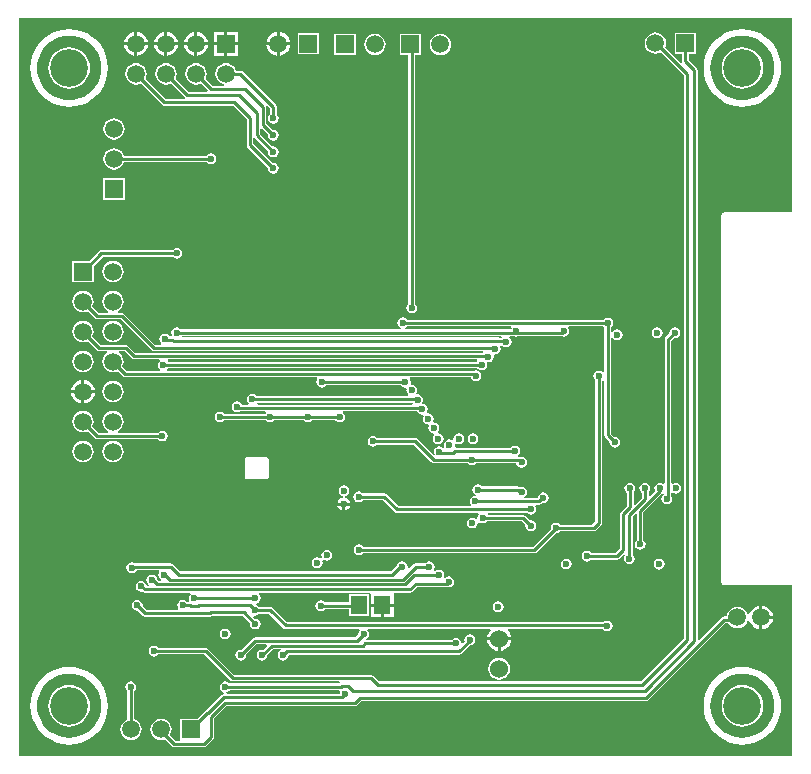
<source format=gbl>
G04*
G04 #@! TF.GenerationSoftware,Altium Limited,Altium Designer,19.0.14 (431)*
G04*
G04 Layer_Physical_Order=2*
G04 Layer_Color=16711680*
%FSLAX25Y25*%
%MOIN*%
G70*
G01*
G75*
%ADD10C,0.01000*%
%ADD80R,0.05906X0.05906*%
%ADD81C,0.05906*%
%ADD82C,0.06000*%
%ADD83R,0.05906X0.05906*%
%ADD84C,0.02362*%
%ADD85C,0.12598*%
%ADD86R,0.05512X0.05906*%
G36*
X258731Y182214D02*
X236221D01*
X235795Y182130D01*
X235434Y181889D01*
X235193Y181528D01*
X235109Y181102D01*
Y59055D01*
X235193Y58630D01*
X235434Y58269D01*
X235795Y58028D01*
X236221Y57943D01*
X258731D01*
Y1112D01*
X1112D01*
Y246920D01*
X258731D01*
Y182214D01*
D02*
G37*
%LPC*%
G36*
X87902Y242267D02*
Y238846D01*
X91323D01*
X91253Y239378D01*
X90854Y240340D01*
X90221Y241166D01*
X89395Y241799D01*
X88433Y242197D01*
X87902Y242267D01*
D02*
G37*
G36*
X73953Y242299D02*
X70500D01*
Y238846D01*
X73953D01*
Y242299D01*
D02*
G37*
G36*
X50500Y242267D02*
Y238846D01*
X53921D01*
X53851Y239378D01*
X53453Y240340D01*
X52819Y241166D01*
X51993Y241799D01*
X51032Y242197D01*
X50500Y242267D01*
D02*
G37*
G36*
X40500D02*
Y238846D01*
X43921D01*
X43851Y239378D01*
X43453Y240340D01*
X42819Y241166D01*
X41993Y241799D01*
X41032Y242197D01*
X40500Y242267D01*
D02*
G37*
G36*
X60500D02*
Y238846D01*
X63921D01*
X63851Y239378D01*
X63453Y240340D01*
X62819Y241166D01*
X61993Y241799D01*
X61032Y242197D01*
X60500Y242267D01*
D02*
G37*
G36*
X39500Y242267D02*
X38968Y242197D01*
X38007Y241799D01*
X37181Y241166D01*
X36547Y240340D01*
X36149Y239378D01*
X36079Y238846D01*
X39500D01*
Y242267D01*
D02*
G37*
G36*
X59500D02*
X58968Y242197D01*
X58007Y241799D01*
X57181Y241166D01*
X56547Y240340D01*
X56149Y239378D01*
X56079Y238846D01*
X59500D01*
Y242267D01*
D02*
G37*
G36*
X49500D02*
X48968Y242197D01*
X48007Y241799D01*
X47181Y241166D01*
X46547Y240340D01*
X46149Y239378D01*
X46079Y238846D01*
X49500D01*
Y242267D01*
D02*
G37*
G36*
X86902D02*
X86370Y242197D01*
X85408Y241799D01*
X84582Y241166D01*
X83949Y240340D01*
X83551Y239378D01*
X83481Y238846D01*
X86902D01*
Y242267D01*
D02*
G37*
G36*
X69500Y242299D02*
X66047D01*
Y238846D01*
X69500D01*
Y242299D01*
D02*
G37*
G36*
X100945Y241890D02*
X93858D01*
Y234803D01*
X100945D01*
Y241890D01*
D02*
G37*
G36*
X113181Y241732D02*
X106095D01*
Y234646D01*
X113181D01*
Y241732D01*
D02*
G37*
G36*
X141496Y241763D02*
X140571Y241641D01*
X139709Y241284D01*
X138969Y240716D01*
X138401Y239976D01*
X138044Y239114D01*
X137922Y238189D01*
X138044Y237264D01*
X138401Y236402D01*
X138969Y235662D01*
X139709Y235094D01*
X140571Y234737D01*
X141496Y234615D01*
X142421Y234737D01*
X143283Y235094D01*
X144023Y235662D01*
X144591Y236402D01*
X144948Y237264D01*
X145070Y238189D01*
X144948Y239114D01*
X144591Y239976D01*
X144023Y240716D01*
X143283Y241284D01*
X142421Y241641D01*
X141496Y241763D01*
D02*
G37*
G36*
X119638D02*
X118713Y241641D01*
X117851Y241284D01*
X117111Y240716D01*
X116543Y239976D01*
X116186Y239114D01*
X116064Y238189D01*
X116186Y237264D01*
X116543Y236402D01*
X117111Y235662D01*
X117851Y235094D01*
X118713Y234737D01*
X119638Y234615D01*
X120563Y234737D01*
X121425Y235094D01*
X122165Y235662D01*
X122733Y236402D01*
X123090Y237264D01*
X123212Y238189D01*
X123090Y239114D01*
X122733Y239976D01*
X122165Y240716D01*
X121425Y241284D01*
X120563Y241641D01*
X119638Y241763D01*
D02*
G37*
G36*
X59500Y237846D02*
X56079D01*
X56149Y237315D01*
X56547Y236353D01*
X57181Y235527D01*
X58007Y234894D01*
X58968Y234495D01*
X59500Y234425D01*
Y237846D01*
D02*
G37*
G36*
X49500D02*
X46079D01*
X46149Y237315D01*
X46547Y236353D01*
X47181Y235527D01*
X48007Y234894D01*
X48968Y234495D01*
X49500Y234425D01*
Y237846D01*
D02*
G37*
G36*
X39500D02*
X36079D01*
X36149Y237315D01*
X36547Y236353D01*
X37181Y235527D01*
X38007Y234894D01*
X38968Y234495D01*
X39500Y234425D01*
Y237846D01*
D02*
G37*
G36*
X91323D02*
X87902D01*
Y234425D01*
X88433Y234495D01*
X89395Y234894D01*
X90221Y235527D01*
X90854Y236353D01*
X91253Y237315D01*
X91323Y237846D01*
D02*
G37*
G36*
X86902D02*
X83481D01*
X83551Y237315D01*
X83949Y236353D01*
X84582Y235527D01*
X85408Y234894D01*
X86370Y234495D01*
X86902Y234425D01*
Y237846D01*
D02*
G37*
G36*
X63921D02*
X60500D01*
Y234425D01*
X61032Y234495D01*
X61993Y234894D01*
X62819Y235527D01*
X63453Y236353D01*
X63851Y237315D01*
X63921Y237846D01*
D02*
G37*
G36*
X53921D02*
X50500D01*
Y234425D01*
X51032Y234495D01*
X51993Y234894D01*
X52819Y235527D01*
X53453Y236353D01*
X53851Y237315D01*
X53921Y237846D01*
D02*
G37*
G36*
X43921D02*
X40500D01*
Y234425D01*
X41032Y234495D01*
X41993Y234894D01*
X42819Y235527D01*
X43453Y236353D01*
X43851Y237315D01*
X43921Y237846D01*
D02*
G37*
G36*
X73953D02*
X70500D01*
Y234394D01*
X73953D01*
Y237846D01*
D02*
G37*
G36*
X69500D02*
X66047D01*
Y234394D01*
X69500D01*
Y237846D01*
D02*
G37*
G36*
X70000Y231920D02*
X69075Y231799D01*
X68213Y231441D01*
X67473Y230874D01*
X66905Y230133D01*
X66548Y229272D01*
X66426Y228346D01*
X66548Y227421D01*
X66905Y226559D01*
X67473Y225819D01*
X68213Y225251D01*
X69075Y224894D01*
X69486Y224840D01*
X69453Y224340D01*
X65579D01*
X63173Y226747D01*
X63452Y227421D01*
X63574Y228346D01*
X63452Y229272D01*
X63095Y230133D01*
X62527Y230874D01*
X61787Y231441D01*
X60925Y231799D01*
X60000Y231920D01*
X59075Y231799D01*
X58213Y231441D01*
X57473Y230874D01*
X56905Y230133D01*
X56548Y229272D01*
X56426Y228346D01*
X56548Y227421D01*
X56905Y226559D01*
X57473Y225819D01*
X58213Y225251D01*
X59075Y224894D01*
X60000Y224773D01*
X60925Y224894D01*
X61600Y225174D01*
X63902Y222872D01*
X63695Y222372D01*
X57547D01*
X53172Y226747D01*
X53452Y227421D01*
X53574Y228346D01*
X53452Y229272D01*
X53095Y230133D01*
X52527Y230874D01*
X51787Y231441D01*
X50925Y231799D01*
X50000Y231920D01*
X49075Y231799D01*
X48213Y231441D01*
X47473Y230874D01*
X46905Y230133D01*
X46548Y229272D01*
X46426Y228346D01*
X46548Y227421D01*
X46905Y226559D01*
X47473Y225819D01*
X48213Y225251D01*
X49075Y224894D01*
X50000Y224773D01*
X50925Y224894D01*
X51600Y225174D01*
X56264Y220510D01*
X56249Y220357D01*
X56095Y220010D01*
X49909D01*
X43172Y226747D01*
X43452Y227421D01*
X43574Y228346D01*
X43452Y229272D01*
X43095Y230133D01*
X42527Y230874D01*
X41787Y231441D01*
X40925Y231799D01*
X40000Y231920D01*
X39075Y231799D01*
X38213Y231441D01*
X37473Y230874D01*
X36905Y230133D01*
X36548Y229272D01*
X36426Y228346D01*
X36548Y227421D01*
X36905Y226559D01*
X37473Y225819D01*
X38213Y225251D01*
X39075Y224894D01*
X40000Y224773D01*
X40925Y224894D01*
X41600Y225174D01*
X48663Y218111D01*
X49023Y217870D01*
X49449Y217786D01*
X49449Y217786D01*
X72374D01*
X76841Y213319D01*
Y204725D01*
X76841Y204724D01*
X76925Y204299D01*
X77166Y203938D01*
X84059Y197046D01*
X84020Y196850D01*
X84158Y196159D01*
X84549Y195573D01*
X85136Y195182D01*
X85827Y195044D01*
X86518Y195182D01*
X87104Y195573D01*
X87496Y196159D01*
X87633Y196850D01*
X87496Y197542D01*
X87104Y198128D01*
X86518Y198519D01*
X85827Y198657D01*
X85632Y198618D01*
X79065Y205185D01*
Y206882D01*
X79413Y207036D01*
X79565Y207052D01*
X84059Y202557D01*
X84020Y202362D01*
X84158Y201671D01*
X84549Y201085D01*
X85136Y200693D01*
X85827Y200556D01*
X86518Y200693D01*
X87104Y201085D01*
X87496Y201671D01*
X87633Y202362D01*
X87496Y203053D01*
X87104Y203640D01*
X86518Y204031D01*
X85827Y204169D01*
X85632Y204130D01*
X81427Y208335D01*
Y209994D01*
X81927Y210201D01*
X84059Y208069D01*
X84020Y207874D01*
X84158Y207183D01*
X84549Y206597D01*
X85136Y206205D01*
X85827Y206068D01*
X86518Y206205D01*
X87104Y206597D01*
X87496Y207183D01*
X87633Y207874D01*
X87496Y208565D01*
X87104Y209151D01*
X86518Y209543D01*
X85827Y209680D01*
X85632Y209642D01*
X83395Y211878D01*
Y217323D01*
X83358Y217512D01*
X83819Y217759D01*
X84715Y216862D01*
Y214872D01*
X84549Y214761D01*
X84158Y214176D01*
X84020Y213484D01*
X84158Y212793D01*
X84549Y212207D01*
X85136Y211815D01*
X85827Y211678D01*
X86518Y211815D01*
X87104Y212207D01*
X87496Y212793D01*
X87633Y213484D01*
X87496Y214176D01*
X87104Y214761D01*
X86939Y214872D01*
Y217323D01*
X86939Y217323D01*
X86854Y217748D01*
X86613Y218109D01*
X86613Y218109D01*
X75589Y229133D01*
X75229Y229374D01*
X74803Y229458D01*
X74803Y229458D01*
X73375D01*
X73095Y230133D01*
X72527Y230874D01*
X71787Y231441D01*
X70925Y231799D01*
X70000Y231920D01*
D02*
G37*
G36*
X242126Y243256D02*
X240102Y243097D01*
X238127Y242623D01*
X236251Y241846D01*
X234519Y240785D01*
X232975Y239466D01*
X231656Y237922D01*
X230595Y236190D01*
X229818Y234314D01*
X229344Y232339D01*
X229185Y230315D01*
X229344Y228291D01*
X229818Y226316D01*
X230595Y224440D01*
X231656Y222708D01*
X232975Y221164D01*
X234519Y219845D01*
X236251Y218784D01*
X238127Y218007D01*
X240102Y217533D01*
X242126Y217373D01*
X244150Y217533D01*
X246125Y218007D01*
X248001Y218784D01*
X249733Y219845D01*
X251277Y221164D01*
X252596Y222708D01*
X253657Y224440D01*
X254434Y226316D01*
X254908Y228291D01*
X255067Y230315D01*
X254908Y232339D01*
X254434Y234314D01*
X253657Y236190D01*
X252596Y237922D01*
X251277Y239466D01*
X249733Y240785D01*
X248001Y241846D01*
X246125Y242623D01*
X244150Y243097D01*
X242126Y243256D01*
D02*
G37*
G36*
X17717D02*
X15692Y243097D01*
X13717Y242623D01*
X11841Y241846D01*
X10110Y240785D01*
X8566Y239466D01*
X7247Y237922D01*
X6186Y236190D01*
X5409Y234314D01*
X4934Y232339D01*
X4775Y230315D01*
X4934Y228291D01*
X5409Y226316D01*
X6186Y224440D01*
X7247Y222708D01*
X8566Y221164D01*
X10110Y219845D01*
X11841Y218784D01*
X13717Y218007D01*
X15692Y217533D01*
X17717Y217373D01*
X19741Y217533D01*
X21716Y218007D01*
X23592Y218784D01*
X25323Y219845D01*
X26867Y221164D01*
X28186Y222708D01*
X29247Y224440D01*
X30025Y226316D01*
X30499Y228291D01*
X30658Y230315D01*
X30499Y232339D01*
X30025Y234314D01*
X29247Y236190D01*
X28186Y237922D01*
X26867Y239466D01*
X25323Y240785D01*
X23592Y241846D01*
X21716Y242623D01*
X19741Y243097D01*
X17717Y243256D01*
D02*
G37*
G36*
X32677Y213574D02*
X31752Y213452D01*
X30890Y213095D01*
X30150Y212527D01*
X29582Y211787D01*
X29225Y210925D01*
X29103Y210000D01*
X29225Y209075D01*
X29582Y208213D01*
X30150Y207473D01*
X30890Y206905D01*
X31752Y206548D01*
X32677Y206426D01*
X33602Y206548D01*
X34464Y206905D01*
X35204Y207473D01*
X35772Y208213D01*
X36129Y209075D01*
X36251Y210000D01*
X36129Y210925D01*
X35772Y211787D01*
X35204Y212527D01*
X34464Y213095D01*
X33602Y213452D01*
X32677Y213574D01*
D02*
G37*
G36*
Y203574D02*
X31752Y203452D01*
X30890Y203095D01*
X30150Y202527D01*
X29582Y201787D01*
X29225Y200925D01*
X29103Y200000D01*
X29225Y199075D01*
X29582Y198213D01*
X30150Y197473D01*
X30890Y196905D01*
X31752Y196548D01*
X32677Y196426D01*
X33602Y196548D01*
X34464Y196905D01*
X35204Y197473D01*
X35772Y198213D01*
X36052Y198888D01*
X63573D01*
X63683Y198723D01*
X64269Y198331D01*
X64961Y198194D01*
X65652Y198331D01*
X66238Y198723D01*
X66629Y199309D01*
X66767Y200000D01*
X66629Y200691D01*
X66238Y201277D01*
X65652Y201669D01*
X64961Y201806D01*
X64269Y201669D01*
X63683Y201277D01*
X63573Y201112D01*
X36052D01*
X35772Y201787D01*
X35204Y202527D01*
X34464Y203095D01*
X33602Y203452D01*
X32677Y203574D01*
D02*
G37*
G36*
X36220Y193543D02*
X29134D01*
Y186457D01*
X36220D01*
Y193543D01*
D02*
G37*
G36*
X53543Y170310D02*
X52852Y170173D01*
X52266Y169781D01*
X52156Y169616D01*
X28433D01*
X28433Y169616D01*
X28008Y169531D01*
X27647Y169290D01*
X27647Y169290D01*
X24298Y165941D01*
X18783D01*
Y158854D01*
X25870D01*
Y164368D01*
X28894Y167392D01*
X52156D01*
X52266Y167227D01*
X52852Y166835D01*
X53543Y166698D01*
X54235Y166835D01*
X54821Y167227D01*
X55212Y167813D01*
X55350Y168504D01*
X55212Y169195D01*
X54821Y169781D01*
X54235Y170173D01*
X53543Y170310D01*
D02*
G37*
G36*
X32327Y165972D02*
X31402Y165850D01*
X30540Y165493D01*
X29800Y164925D01*
X29232Y164185D01*
X28875Y163323D01*
X28753Y162398D01*
X28875Y161473D01*
X29232Y160611D01*
X29800Y159871D01*
X30540Y159303D01*
X31402Y158946D01*
X32327Y158824D01*
X33252Y158946D01*
X34114Y159303D01*
X34854Y159871D01*
X35422Y160611D01*
X35779Y161473D01*
X35901Y162398D01*
X35779Y163323D01*
X35422Y164185D01*
X34854Y164925D01*
X34114Y165493D01*
X33252Y165850D01*
X32327Y165972D01*
D02*
G37*
G36*
Y155972D02*
X31402Y155850D01*
X30540Y155493D01*
X29800Y154925D01*
X29232Y154185D01*
X28875Y153323D01*
X28753Y152398D01*
X28875Y151473D01*
X29232Y150611D01*
X29800Y149871D01*
X30540Y149303D01*
X30667Y149250D01*
X30568Y148750D01*
X27547D01*
X25499Y150798D01*
X25779Y151473D01*
X25901Y152398D01*
X25779Y153323D01*
X25422Y154185D01*
X24854Y154925D01*
X24114Y155493D01*
X23252Y155850D01*
X22327Y155972D01*
X21402Y155850D01*
X20540Y155493D01*
X19800Y154925D01*
X19232Y154185D01*
X18875Y153323D01*
X18753Y152398D01*
X18875Y151473D01*
X19232Y150611D01*
X19800Y149871D01*
X20540Y149303D01*
X21402Y148945D01*
X22327Y148824D01*
X23252Y148945D01*
X23927Y149225D01*
X26300Y146852D01*
X26300Y146852D01*
X26661Y146610D01*
X27087Y146526D01*
X27087Y146526D01*
X34858D01*
X45162Y136222D01*
X45163Y136222D01*
X45523Y135981D01*
X45949Y135896D01*
X45949Y135896D01*
X47244D01*
X155557Y135896D01*
X155809Y135396D01*
X155785Y135364D01*
X39831Y135364D01*
X37400Y137794D01*
X37040Y138035D01*
X36614Y138120D01*
X36614Y138120D01*
X28177D01*
X25499Y140798D01*
X25779Y141473D01*
X25901Y142398D01*
X25779Y143323D01*
X25422Y144185D01*
X24854Y144925D01*
X24114Y145493D01*
X23252Y145850D01*
X22327Y145972D01*
X21402Y145850D01*
X20540Y145493D01*
X19800Y144925D01*
X19232Y144185D01*
X18875Y143323D01*
X18753Y142398D01*
X18875Y141473D01*
X19232Y140611D01*
X19800Y139871D01*
X20540Y139303D01*
X21402Y138945D01*
X22327Y138824D01*
X23252Y138945D01*
X23927Y139225D01*
X26930Y136222D01*
X26930Y136222D01*
X27291Y135981D01*
X27716Y135896D01*
X30260D01*
X30414Y135396D01*
X29800Y134925D01*
X29232Y134185D01*
X28875Y133323D01*
X28753Y132398D01*
X28875Y131473D01*
X29232Y130611D01*
X29800Y129870D01*
X30540Y129303D01*
X31402Y128946D01*
X32327Y128824D01*
X33252Y128946D01*
X33927Y129225D01*
X35666Y127485D01*
X35666Y127485D01*
X36027Y127244D01*
X36453Y127160D01*
X36453Y127160D01*
X100198D01*
X100454Y126660D01*
X100201Y126282D01*
X100064Y125591D01*
X100201Y124899D01*
X100593Y124313D01*
X101179Y123922D01*
X101870Y123784D01*
X102561Y123922D01*
X103147Y124313D01*
X103258Y124479D01*
X128435D01*
X128545Y124313D01*
X129132Y123922D01*
X129823Y123784D01*
X129840Y123788D01*
X130185Y123346D01*
X130083Y122835D01*
X130221Y122143D01*
X130613Y121557D01*
X130737Y121474D01*
X130585Y120974D01*
X80218D01*
X80108Y121140D01*
X79522Y121531D01*
X78831Y121669D01*
X78139Y121531D01*
X77553Y121140D01*
X77162Y120554D01*
X77024Y119862D01*
X77162Y119171D01*
X77553Y118585D01*
X77619Y118541D01*
X77467Y118041D01*
X75403D01*
X75389Y118113D01*
X74998Y118699D01*
X74412Y119090D01*
X73721Y119228D01*
X73029Y119090D01*
X72443Y118699D01*
X72052Y118113D01*
X71914Y117421D01*
X72052Y116730D01*
X72443Y116144D01*
X73029Y115752D01*
X73721Y115615D01*
X74412Y115752D01*
X74509Y115817D01*
X83070D01*
X83298Y115317D01*
X83099Y115069D01*
X69498D01*
X69388Y115234D01*
X68801Y115626D01*
X68110Y115763D01*
X67419Y115626D01*
X66833Y115234D01*
X66441Y114648D01*
X66304Y113957D01*
X66441Y113265D01*
X66833Y112679D01*
X67419Y112288D01*
X68110Y112150D01*
X68801Y112288D01*
X69388Y112679D01*
X69498Y112845D01*
X83258D01*
X83368Y112679D01*
X83954Y112288D01*
X84646Y112150D01*
X85337Y112288D01*
X85923Y112679D01*
X86033Y112845D01*
X95907D01*
X96018Y112679D01*
X96604Y112288D01*
X97295Y112150D01*
X97987Y112288D01*
X98573Y112679D01*
X98683Y112845D01*
X106473D01*
X106597Y112660D01*
X107183Y112268D01*
X107874Y112131D01*
X108565Y112268D01*
X109151Y112660D01*
X109543Y113246D01*
X109680Y113937D01*
X109543Y114628D01*
X109151Y115214D01*
X108997Y115317D01*
X109149Y115817D01*
X133782D01*
X134156Y115258D01*
X134742Y114867D01*
X135433Y114729D01*
X135588Y114760D01*
X135888Y114310D01*
X135733Y114077D01*
X135595Y113386D01*
X135733Y112695D01*
X136124Y112109D01*
X136710Y111717D01*
X137402Y111580D01*
X137433Y111586D01*
X137734Y111136D01*
X137595Y110927D01*
X137457Y110236D01*
X137595Y109545D01*
X137987Y108959D01*
X138573Y108567D01*
X139264Y108430D01*
X139273Y108432D01*
X139469Y107967D01*
X139470Y107961D01*
X139079Y107376D01*
X138942Y106685D01*
X139079Y105994D01*
X139471Y105408D01*
X140057Y105016D01*
X140748Y104879D01*
X141439Y105016D01*
X142025Y105408D01*
X142417Y105994D01*
X142554Y106685D01*
X142417Y107376D01*
X142025Y107962D01*
X141439Y108354D01*
X140748Y108491D01*
X140738Y108490D01*
X140543Y108954D01*
X140542Y108960D01*
X140933Y109545D01*
X141070Y110236D01*
X140933Y110927D01*
X140541Y111513D01*
X139955Y111905D01*
X139264Y112043D01*
X139232Y112036D01*
X138931Y112486D01*
X139070Y112695D01*
X139208Y113386D01*
X139070Y114077D01*
X138679Y114663D01*
X138093Y115055D01*
X137402Y115192D01*
X137247Y115162D01*
X136946Y115612D01*
X137102Y115844D01*
X137239Y116535D01*
X137102Y117227D01*
X136710Y117813D01*
X136124Y118204D01*
X135662Y118296D01*
X135411Y118790D01*
X135409Y118817D01*
X135527Y118994D01*
X135665Y119685D01*
X135527Y120376D01*
X135136Y120962D01*
X134549Y121354D01*
X133858Y121491D01*
X133704Y121461D01*
X133403Y121911D01*
X133559Y122143D01*
X133696Y122835D01*
X133559Y123526D01*
X133167Y124112D01*
X132581Y124504D01*
X131890Y124641D01*
X131872Y124638D01*
X131527Y125079D01*
X131629Y125591D01*
X131492Y126282D01*
X131239Y126660D01*
X131495Y127160D01*
X151560D01*
X151579Y127065D01*
X151971Y126479D01*
X152557Y126087D01*
X153248Y125950D01*
X153939Y126087D01*
X154525Y126479D01*
X154917Y127065D01*
X155054Y127756D01*
X154917Y128447D01*
X154525Y129033D01*
X153939Y129425D01*
X153248Y129562D01*
X152557Y129425D01*
X152495Y129384D01*
X50353D01*
X50206Y129833D01*
X50352Y130000D01*
X50394Y130028D01*
X50452Y130115D01*
X50520Y130194D01*
X153829D01*
X153939Y130028D01*
X154525Y129637D01*
X155217Y129499D01*
X155908Y129637D01*
X156494Y130028D01*
X156885Y130614D01*
X157023Y131306D01*
X156914Y131851D01*
X157168Y132197D01*
X157294Y132286D01*
X157480Y132249D01*
X158172Y132386D01*
X158758Y132778D01*
X159149Y133364D01*
X159287Y134055D01*
X159197Y134505D01*
X159570Y134933D01*
X159582Y134939D01*
X159744Y134906D01*
X160435Y135044D01*
X161021Y135435D01*
X161413Y136021D01*
X161550Y136713D01*
X161413Y137404D01*
X161270Y137617D01*
X161509Y138072D01*
X161917Y138084D01*
X162109Y137797D01*
X162695Y137406D01*
X163386Y137268D01*
X164077Y137406D01*
X164663Y137797D01*
X165055Y138383D01*
X165192Y139075D01*
X165055Y139766D01*
X164663Y140352D01*
X164421Y140514D01*
X164572Y141014D01*
X165600D01*
X165844Y140851D01*
X166535Y140713D01*
X167227Y140851D01*
X167471Y141014D01*
X181742D01*
X181986Y140851D01*
X182677Y140713D01*
X183368Y140851D01*
X183955Y141242D01*
X184346Y141828D01*
X184484Y142520D01*
X184346Y143211D01*
X184017Y143703D01*
X184126Y144042D01*
X184239Y144203D01*
X195830D01*
X195967Y143998D01*
X196132Y143888D01*
Y128834D01*
X195632Y128682D01*
X195529Y128836D01*
X194943Y129228D01*
X194252Y129365D01*
X193561Y129228D01*
X192975Y128836D01*
X192583Y128250D01*
X192446Y127559D01*
X192583Y126868D01*
X192975Y126282D01*
X193140Y126171D01*
Y79181D01*
X192059Y78100D01*
X181466D01*
X181356Y78266D01*
X180770Y78657D01*
X180079Y78794D01*
X179387Y78657D01*
X178801Y78266D01*
X178410Y77679D01*
X178272Y76988D01*
X178311Y76793D01*
X172315Y70797D01*
X115758D01*
X115647Y70962D01*
X115061Y71354D01*
X114370Y71491D01*
X113679Y71354D01*
X113093Y70962D01*
X112701Y70376D01*
X112564Y69685D01*
X112701Y68994D01*
X113093Y68408D01*
X113679Y68016D01*
X114370Y67879D01*
X115061Y68016D01*
X115647Y68408D01*
X115758Y68573D01*
X172775D01*
X172776Y68573D01*
X173201Y68658D01*
X173562Y68899D01*
X179884Y75221D01*
X180079Y75182D01*
X180770Y75319D01*
X181356Y75711D01*
X181466Y75876D01*
X192520D01*
X192520Y75876D01*
X192945Y75961D01*
X193306Y76202D01*
X195038Y77934D01*
X195038Y77934D01*
X195279Y78295D01*
X195364Y78720D01*
X195364Y78720D01*
Y126058D01*
X195632Y126279D01*
X196132Y126087D01*
Y107874D01*
X196132Y107874D01*
X196217Y107448D01*
X196458Y107088D01*
X197839Y105707D01*
X197800Y105512D01*
X197937Y104821D01*
X198329Y104235D01*
X198915Y103843D01*
X199606Y103705D01*
X200298Y103843D01*
X200884Y104235D01*
X201275Y104821D01*
X201413Y105512D01*
X201275Y106203D01*
X200884Y106789D01*
X200298Y107181D01*
X199606Y107318D01*
X199411Y107279D01*
X198356Y108335D01*
Y140299D01*
X198856Y140451D01*
X199116Y140061D01*
X199702Y139670D01*
X200394Y139532D01*
X201085Y139670D01*
X201671Y140061D01*
X202063Y140647D01*
X202200Y141339D01*
X202063Y142030D01*
X201671Y142616D01*
X201085Y143007D01*
X200394Y143145D01*
X199702Y143007D01*
X199116Y142616D01*
X198856Y142226D01*
X198356Y142378D01*
Y143888D01*
X198521Y143998D01*
X198913Y144584D01*
X199050Y145276D01*
X198913Y145967D01*
X198521Y146553D01*
X197935Y146944D01*
X197244Y147082D01*
X196553Y146944D01*
X195967Y146553D01*
X195883Y146427D01*
X130362D01*
X130225Y146632D01*
X129639Y147024D01*
X128948Y147161D01*
X128257Y147024D01*
X127671Y146632D01*
X127279Y146046D01*
X127142Y145355D01*
X127279Y144664D01*
X127671Y144078D01*
X128179Y143738D01*
X128155Y143401D01*
X128096Y143238D01*
X54931Y143238D01*
X54821Y143403D01*
X54235Y143795D01*
X53543Y143932D01*
X52852Y143795D01*
X52266Y143403D01*
X51875Y142817D01*
X51737Y142126D01*
X51875Y141435D01*
X51952Y141319D01*
X51685Y140819D01*
X51171D01*
X50886Y141245D01*
X50300Y141636D01*
X49609Y141774D01*
X48917Y141636D01*
X48331Y141245D01*
X47940Y140659D01*
X47802Y139968D01*
X47940Y139276D01*
X48331Y138690D01*
X48437Y138620D01*
X48285Y138120D01*
X46409D01*
X36105Y148424D01*
X35744Y148665D01*
X35319Y148750D01*
X35319Y148750D01*
X34086D01*
X33986Y149250D01*
X34114Y149303D01*
X34854Y149871D01*
X35422Y150611D01*
X35779Y151473D01*
X35901Y152398D01*
X35779Y153323D01*
X35422Y154185D01*
X34854Y154925D01*
X34114Y155493D01*
X33252Y155850D01*
X32327Y155972D01*
D02*
G37*
G36*
X135039Y241732D02*
X127953D01*
Y234646D01*
X130778D01*
Y151781D01*
X130613Y151671D01*
X130221Y151085D01*
X130083Y150394D01*
X130221Y149702D01*
X130613Y149116D01*
X131199Y148725D01*
X131890Y148587D01*
X132581Y148725D01*
X133167Y149116D01*
X133559Y149702D01*
X133696Y150394D01*
X133559Y151085D01*
X133167Y151671D01*
X133002Y151781D01*
Y234646D01*
X135039D01*
Y241732D01*
D02*
G37*
G36*
X219577Y143903D02*
X218885Y143765D01*
X218300Y143374D01*
X217908Y142788D01*
X217770Y142096D01*
X217809Y141901D01*
X216501Y140593D01*
X216260Y140233D01*
X216176Y139807D01*
X216176Y139807D01*
Y91829D01*
X215675Y91574D01*
X215298Y91826D01*
X214606Y91964D01*
X213915Y91826D01*
X213329Y91435D01*
X212937Y90849D01*
X212800Y90158D01*
X212937Y89466D01*
X213070Y89268D01*
X211318Y87516D01*
X210856Y87708D01*
Y88862D01*
X210884Y88880D01*
X211275Y89466D01*
X211413Y90158D01*
X211275Y90849D01*
X210884Y91435D01*
X210298Y91826D01*
X209606Y91964D01*
X208915Y91826D01*
X208329Y91435D01*
X207937Y90849D01*
X207800Y90158D01*
X207937Y89466D01*
X208329Y88880D01*
X208632Y88678D01*
Y87080D01*
X206298Y84746D01*
X205836Y84938D01*
Y88849D01*
X205884Y88880D01*
X206275Y89466D01*
X206413Y90158D01*
X206275Y90849D01*
X205884Y91435D01*
X205298Y91826D01*
X204606Y91964D01*
X203915Y91826D01*
X203329Y91435D01*
X202937Y90849D01*
X202800Y90158D01*
X202937Y89466D01*
X203329Y88880D01*
X203612Y88691D01*
Y84319D01*
X201576Y82282D01*
X201335Y81922D01*
X201250Y81496D01*
X201250Y81496D01*
Y70146D01*
X199756Y68651D01*
X191703D01*
X191592Y68817D01*
X191006Y69208D01*
X190315Y69346D01*
X189624Y69208D01*
X189038Y68817D01*
X188646Y68231D01*
X188509Y67539D01*
X188646Y66848D01*
X189038Y66262D01*
X189624Y65870D01*
X190315Y65733D01*
X191006Y65870D01*
X191592Y66262D01*
X191703Y66427D01*
X200217D01*
X200217Y66427D01*
X200642Y66512D01*
X201003Y66753D01*
X202610Y68360D01*
X203134Y68229D01*
X203162Y68205D01*
X203168Y67965D01*
X202819Y67443D01*
X202682Y66752D01*
X202819Y66061D01*
X203211Y65475D01*
X203797Y65083D01*
X204488Y64946D01*
X205179Y65083D01*
X205766Y65475D01*
X206157Y66061D01*
X206294Y66752D01*
X206157Y67443D01*
X205766Y68029D01*
X205600Y68140D01*
Y80903D01*
X206458Y81761D01*
X206920Y81569D01*
Y72864D01*
X206754Y72754D01*
X206363Y72168D01*
X206225Y71476D01*
X206363Y70785D01*
X206754Y70199D01*
X207340Y69807D01*
X208032Y69670D01*
X208723Y69807D01*
X209309Y70199D01*
X209700Y70785D01*
X209838Y71476D01*
X209700Y72168D01*
X209309Y72754D01*
X209143Y72864D01*
Y82197D01*
X215380Y88433D01*
X215891Y88248D01*
X215902Y88064D01*
X215652Y87897D01*
X215260Y87311D01*
X215123Y86619D01*
X215260Y85928D01*
X215652Y85342D01*
X216238Y84951D01*
X216929Y84813D01*
X217620Y84951D01*
X218206Y85342D01*
X218598Y85928D01*
X218736Y86619D01*
X218598Y87311D01*
X218399Y87608D01*
Y88524D01*
X218899Y88761D01*
X219300Y88493D01*
X219991Y88355D01*
X220682Y88493D01*
X221268Y88885D01*
X221660Y89471D01*
X221797Y90162D01*
X221660Y90853D01*
X221268Y91439D01*
X220682Y91831D01*
X219991Y91968D01*
X219300Y91831D01*
X218899Y91563D01*
X218399Y91800D01*
Y139347D01*
X219382Y140329D01*
X219577Y140290D01*
X220268Y140428D01*
X220854Y140819D01*
X221246Y141405D01*
X221383Y142096D01*
X221246Y142788D01*
X220854Y143374D01*
X220268Y143765D01*
X219577Y143903D01*
D02*
G37*
G36*
X213720Y143873D02*
X213029Y143736D01*
X212443Y143344D01*
X212052Y142758D01*
X211914Y142067D01*
X212052Y141376D01*
X212443Y140790D01*
X213029Y140398D01*
X213720Y140261D01*
X214412Y140398D01*
X214998Y140790D01*
X215389Y141376D01*
X215527Y142067D01*
X215389Y142758D01*
X214998Y143344D01*
X214412Y143736D01*
X213720Y143873D01*
D02*
G37*
G36*
X32327Y145972D02*
X31402Y145850D01*
X30540Y145493D01*
X29800Y144925D01*
X29232Y144185D01*
X28875Y143323D01*
X28753Y142398D01*
X28875Y141473D01*
X29232Y140611D01*
X29800Y139871D01*
X30540Y139303D01*
X31402Y138945D01*
X32327Y138824D01*
X33252Y138945D01*
X34114Y139303D01*
X34854Y139871D01*
X35422Y140611D01*
X35779Y141473D01*
X35901Y142398D01*
X35779Y143323D01*
X35422Y144185D01*
X34854Y144925D01*
X34114Y145493D01*
X33252Y145850D01*
X32327Y145972D01*
D02*
G37*
G36*
X22327Y135971D02*
X21402Y135850D01*
X20540Y135493D01*
X19800Y134925D01*
X19232Y134185D01*
X18875Y133323D01*
X18753Y132398D01*
X18875Y131473D01*
X19232Y130611D01*
X19800Y129870D01*
X20540Y129303D01*
X21402Y128946D01*
X22327Y128824D01*
X23252Y128946D01*
X24114Y129303D01*
X24854Y129870D01*
X25422Y130611D01*
X25779Y131473D01*
X25901Y132398D01*
X25779Y133323D01*
X25422Y134185D01*
X24854Y134925D01*
X24114Y135493D01*
X23252Y135850D01*
X22327Y135971D01*
D02*
G37*
G36*
X22827Y126319D02*
Y122898D01*
X26248D01*
X26178Y123430D01*
X25780Y124391D01*
X25146Y125217D01*
X24320Y125850D01*
X23359Y126249D01*
X22827Y126319D01*
D02*
G37*
G36*
X21827D02*
X21295Y126249D01*
X20333Y125850D01*
X19508Y125217D01*
X18874Y124391D01*
X18476Y123430D01*
X18406Y122898D01*
X21827D01*
Y126319D01*
D02*
G37*
G36*
X32327Y125971D02*
X31402Y125850D01*
X30540Y125493D01*
X29800Y124925D01*
X29232Y124185D01*
X28875Y123323D01*
X28753Y122398D01*
X28875Y121473D01*
X29232Y120611D01*
X29800Y119870D01*
X30540Y119303D01*
X31402Y118946D01*
X32327Y118824D01*
X33252Y118946D01*
X34114Y119303D01*
X34854Y119870D01*
X35422Y120611D01*
X35779Y121473D01*
X35901Y122398D01*
X35779Y123323D01*
X35422Y124185D01*
X34854Y124925D01*
X34114Y125493D01*
X33252Y125850D01*
X32327Y125971D01*
D02*
G37*
G36*
X26248Y121898D02*
X22827D01*
Y118477D01*
X23359Y118547D01*
X24320Y118945D01*
X25146Y119579D01*
X25780Y120404D01*
X26178Y121366D01*
X26248Y121898D01*
D02*
G37*
G36*
X21827D02*
X18406D01*
X18476Y121366D01*
X18874Y120404D01*
X19508Y119579D01*
X20333Y118945D01*
X21295Y118547D01*
X21827Y118477D01*
Y121898D01*
D02*
G37*
G36*
X32327Y115972D02*
X31402Y115850D01*
X30540Y115493D01*
X29800Y114925D01*
X29232Y114185D01*
X28875Y113323D01*
X28753Y112398D01*
X28875Y111473D01*
X29232Y110611D01*
X29800Y109871D01*
X30540Y109303D01*
X30620Y109269D01*
X30520Y108769D01*
X27527D01*
X25499Y110798D01*
X25779Y111473D01*
X25901Y112398D01*
X25779Y113323D01*
X25422Y114185D01*
X24854Y114925D01*
X24114Y115493D01*
X23252Y115850D01*
X22327Y115972D01*
X21402Y115850D01*
X20540Y115493D01*
X19800Y114925D01*
X19232Y114185D01*
X18875Y113323D01*
X18753Y112398D01*
X18875Y111473D01*
X19232Y110611D01*
X19800Y109871D01*
X20540Y109303D01*
X21402Y108946D01*
X22327Y108824D01*
X23252Y108946D01*
X23927Y109225D01*
X26281Y106871D01*
X26281Y106871D01*
X26641Y106630D01*
X27067Y106546D01*
X47431D01*
X47542Y106380D01*
X48128Y105989D01*
X48819Y105851D01*
X49510Y105989D01*
X50096Y106380D01*
X50488Y106966D01*
X50625Y107658D01*
X50488Y108349D01*
X50096Y108935D01*
X49510Y109326D01*
X48819Y109464D01*
X48128Y109326D01*
X47542Y108935D01*
X47431Y108769D01*
X34133D01*
X34034Y109269D01*
X34114Y109303D01*
X34854Y109871D01*
X35422Y110611D01*
X35779Y111473D01*
X35901Y112398D01*
X35779Y113323D01*
X35422Y114185D01*
X34854Y114925D01*
X34114Y115493D01*
X33252Y115850D01*
X32327Y115972D01*
D02*
G37*
G36*
X147638Y108499D02*
X146947Y108362D01*
X146361Y107970D01*
X145969Y107384D01*
X145831Y106693D01*
X145862Y106538D01*
X145412Y106238D01*
X145179Y106393D01*
X144488Y106531D01*
X143797Y106393D01*
X143211Y106002D01*
X142819Y105416D01*
X142682Y104724D01*
X142819Y104033D01*
X142827Y104022D01*
X142435Y103728D01*
X141849Y104120D01*
X141157Y104257D01*
X140466Y104120D01*
X139880Y103728D01*
X139489Y103142D01*
X139351Y102451D01*
X139489Y101760D01*
X139671Y101486D01*
X139283Y101168D01*
X133857Y106593D01*
X133496Y106834D01*
X133071Y106919D01*
X133071Y106919D01*
X120384D01*
X120273Y107084D01*
X119687Y107476D01*
X118996Y107613D01*
X118305Y107476D01*
X117719Y107084D01*
X117327Y106498D01*
X117190Y105807D01*
X117327Y105116D01*
X117719Y104530D01*
X118305Y104138D01*
X118996Y104001D01*
X119687Y104138D01*
X120273Y104530D01*
X120384Y104695D01*
X132610D01*
X138485Y98820D01*
X138846Y98579D01*
X139272Y98494D01*
X150581D01*
X150691Y98329D01*
X151277Y97937D01*
X151969Y97800D01*
X152660Y97937D01*
X153246Y98329D01*
X153356Y98494D01*
X166762D01*
X166835Y98128D01*
X167227Y97542D01*
X167813Y97150D01*
X168504Y97013D01*
X169195Y97150D01*
X169781Y97542D01*
X170173Y98128D01*
X170310Y98819D01*
X170173Y99510D01*
X169781Y100096D01*
X169195Y100488D01*
X168504Y100625D01*
X168235Y100572D01*
X168142Y100634D01*
X167717Y100718D01*
X167717Y100718D01*
X167427D01*
X167275Y101218D01*
X167517Y101380D01*
X167909Y101966D01*
X168046Y102657D01*
X167909Y103349D01*
X167517Y103935D01*
X166931Y104326D01*
X166240Y104464D01*
X165549Y104326D01*
X164963Y103935D01*
X164852Y103769D01*
X146576D01*
X146508Y103812D01*
X146203Y104265D01*
X146295Y104724D01*
X146264Y104879D01*
X146714Y105180D01*
X146947Y105024D01*
X147638Y104887D01*
X148329Y105024D01*
X148915Y105416D01*
X149307Y106002D01*
X149444Y106693D01*
X149307Y107384D01*
X148915Y107970D01*
X148329Y108362D01*
X147638Y108499D01*
D02*
G37*
G36*
X152362Y108491D02*
X151671Y108354D01*
X151085Y107962D01*
X150693Y107376D01*
X150556Y106685D01*
X150693Y105994D01*
X151085Y105408D01*
X151671Y105016D01*
X152362Y104879D01*
X153053Y105016D01*
X153639Y105408D01*
X154031Y105994D01*
X154169Y106685D01*
X154031Y107376D01*
X153639Y107962D01*
X153053Y108354D01*
X152362Y108491D01*
D02*
G37*
G36*
X32327Y105972D02*
X31402Y105850D01*
X30540Y105493D01*
X29800Y104925D01*
X29232Y104185D01*
X28875Y103323D01*
X28753Y102398D01*
X28875Y101473D01*
X29232Y100611D01*
X29800Y99871D01*
X30540Y99303D01*
X31402Y98945D01*
X32327Y98824D01*
X33252Y98945D01*
X34114Y99303D01*
X34854Y99871D01*
X35422Y100611D01*
X35779Y101473D01*
X35901Y102398D01*
X35779Y103323D01*
X35422Y104185D01*
X34854Y104925D01*
X34114Y105493D01*
X33252Y105850D01*
X32327Y105972D01*
D02*
G37*
G36*
X22327D02*
X21402Y105850D01*
X20540Y105493D01*
X19800Y104925D01*
X19232Y104185D01*
X18875Y103323D01*
X18753Y102398D01*
X18875Y101473D01*
X19232Y100611D01*
X19800Y99871D01*
X20540Y99303D01*
X21402Y98945D01*
X22327Y98824D01*
X23252Y98945D01*
X24114Y99303D01*
X24854Y99871D01*
X25422Y100611D01*
X25779Y101473D01*
X25901Y102398D01*
X25779Y103323D01*
X25422Y104185D01*
X24854Y104925D01*
X24114Y105493D01*
X23252Y105850D01*
X22327Y105972D01*
D02*
G37*
G36*
X83555Y100521D02*
X76862D01*
X76410Y100334D01*
X76223Y99882D01*
Y93819D01*
X76410Y93367D01*
X76862Y93180D01*
X83555D01*
X84007Y93367D01*
X84194Y93819D01*
Y99882D01*
X84007Y100334D01*
X83555Y100521D01*
D02*
G37*
G36*
X109350Y91176D02*
X108659Y91039D01*
X108073Y90647D01*
X107682Y90061D01*
X107544Y89370D01*
X107682Y88679D01*
X108073Y88093D01*
X108659Y87701D01*
X109022Y87629D01*
X109023Y87119D01*
X108401Y86996D01*
X107679Y86513D01*
X107197Y85792D01*
X107128Y85441D01*
X111376D01*
X111307Y85792D01*
X110825Y86513D01*
X110103Y86996D01*
X109580Y87100D01*
Y87609D01*
X110042Y87701D01*
X110628Y88093D01*
X111019Y88679D01*
X111157Y89370D01*
X111019Y90061D01*
X110628Y90647D01*
X110042Y91039D01*
X109350Y91176D01*
D02*
G37*
G36*
X153937Y91570D02*
X153246Y91433D01*
X152660Y91041D01*
X152268Y90455D01*
X152131Y89764D01*
X152268Y89073D01*
X152660Y88486D01*
X153246Y88095D01*
X153150Y87633D01*
X152458Y87496D01*
X151872Y87104D01*
X151481Y86518D01*
X151343Y85827D01*
X151481Y85136D01*
X151733Y84758D01*
X151478Y84258D01*
X127551D01*
X123621Y88188D01*
X123260Y88429D01*
X122835Y88513D01*
X122835Y88513D01*
X115561D01*
X115451Y88679D01*
X114865Y89070D01*
X114173Y89208D01*
X113482Y89070D01*
X112896Y88679D01*
X112504Y88093D01*
X112367Y87402D01*
X112504Y86710D01*
X112896Y86124D01*
X113482Y85733D01*
X114173Y85595D01*
X114865Y85733D01*
X115451Y86124D01*
X115561Y86290D01*
X122374D01*
X126304Y82359D01*
X126665Y82118D01*
X127091Y82034D01*
X153995D01*
X154129Y81788D01*
X154195Y81534D01*
X153843Y81006D01*
X153705Y80315D01*
X153249Y80049D01*
X152857Y80311D01*
X152165Y80448D01*
X151474Y80311D01*
X150888Y79919D01*
X150496Y79333D01*
X150359Y78642D01*
X150496Y77951D01*
X150888Y77364D01*
X151474Y76973D01*
X152165Y76835D01*
X152857Y76973D01*
X153443Y77364D01*
X153834Y77951D01*
X153972Y78642D01*
X154429Y78908D01*
X154821Y78646D01*
X155512Y78509D01*
X156203Y78646D01*
X156789Y79038D01*
X156900Y79203D01*
X168548D01*
X169796Y77955D01*
X169757Y77760D01*
X169895Y77068D01*
X170286Y76482D01*
X170872Y76091D01*
X171563Y75953D01*
X172255Y76091D01*
X172841Y76482D01*
X173232Y77068D01*
X173370Y77760D01*
X173232Y78451D01*
X172841Y79037D01*
X172255Y79429D01*
X171563Y79566D01*
X171368Y79527D01*
X169794Y81101D01*
X169434Y81342D01*
X169008Y81427D01*
X169008Y81427D01*
X157317D01*
X157192Y81534D01*
X157235Y81758D01*
X157468Y82034D01*
X170186D01*
X170286Y81884D01*
X170872Y81493D01*
X171563Y81355D01*
X172254Y81493D01*
X172840Y81884D01*
X173232Y82470D01*
X173369Y83161D01*
X173232Y83853D01*
X172979Y84231D01*
X173235Y84731D01*
X174253D01*
X174253Y84731D01*
X174679Y84815D01*
X175040Y85056D01*
X175285Y85302D01*
X175787Y85202D01*
X176479Y85339D01*
X177065Y85731D01*
X177456Y86317D01*
X177594Y87008D01*
X177456Y87699D01*
X177065Y88285D01*
X176479Y88677D01*
X175787Y88814D01*
X175096Y88677D01*
X174510Y88285D01*
X174118Y87699D01*
X174014Y87176D01*
X173793Y86954D01*
X169577D01*
X169425Y87454D01*
X169781Y87692D01*
X170173Y88278D01*
X170310Y88969D01*
X170173Y89661D01*
X169781Y90247D01*
X169195Y90638D01*
X168504Y90776D01*
X167953Y90666D01*
X167767Y90791D01*
X167341Y90876D01*
X167341Y90876D01*
X155325D01*
X155214Y91041D01*
X154628Y91433D01*
X153937Y91570D01*
D02*
G37*
G36*
X111376Y84441D02*
X109752D01*
Y82817D01*
X110103Y82886D01*
X110825Y83368D01*
X111307Y84090D01*
X111376Y84441D01*
D02*
G37*
G36*
X108752D02*
X107128D01*
X107197Y84090D01*
X107679Y83368D01*
X108401Y82886D01*
X108752Y82817D01*
Y84441D01*
D02*
G37*
G36*
X103543Y69609D02*
X102852Y69472D01*
X102266Y69080D01*
X101874Y68494D01*
X101737Y67803D01*
X101855Y67211D01*
X101610Y66968D01*
X101450Y66881D01*
X101085Y67124D01*
X100394Y67262D01*
X99702Y67124D01*
X99116Y66733D01*
X98725Y66146D01*
X98587Y65455D01*
X98725Y64764D01*
X99116Y64178D01*
X99702Y63786D01*
X100394Y63649D01*
X101085Y63786D01*
X101671Y64178D01*
X102063Y64764D01*
X102200Y65455D01*
X102082Y66047D01*
X102327Y66290D01*
X102488Y66378D01*
X102852Y66134D01*
X103543Y65997D01*
X104235Y66134D01*
X104821Y66526D01*
X105212Y67112D01*
X105350Y67803D01*
X105212Y68494D01*
X104821Y69080D01*
X104235Y69472D01*
X103543Y69609D01*
D02*
G37*
G36*
X137795Y65909D02*
X137104Y65771D01*
X136518Y65380D01*
X136407Y65214D01*
X133226D01*
X132800Y65130D01*
X132439Y64889D01*
X130915Y63364D01*
X130454Y63611D01*
X130546Y64075D01*
X130409Y64766D01*
X130017Y65352D01*
X129431Y65744D01*
X128740Y65881D01*
X128049Y65744D01*
X127463Y65352D01*
X127071Y64766D01*
X127067Y64744D01*
X124852Y62529D01*
X54791D01*
X52436Y64885D01*
X52075Y65126D01*
X51650Y65210D01*
X51650Y65210D01*
X39630D01*
X39274Y65448D01*
X38583Y65586D01*
X37891Y65448D01*
X37305Y65057D01*
X36914Y64471D01*
X36776Y63779D01*
X36914Y63088D01*
X37305Y62502D01*
X37891Y62111D01*
X38583Y61973D01*
X39274Y62111D01*
X39860Y62502D01*
X40183Y62986D01*
X47541D01*
X47796Y62486D01*
X47544Y62109D01*
X47406Y61417D01*
X47544Y60726D01*
X47935Y60140D01*
X48494Y59767D01*
X48500Y59730D01*
X48272Y59267D01*
X47531D01*
X47049Y59749D01*
X46944Y60273D01*
X46553Y60859D01*
X45967Y61250D01*
X45276Y61388D01*
X44584Y61250D01*
X43998Y60859D01*
X43607Y60273D01*
X43469Y59581D01*
X43607Y58890D01*
X43998Y58304D01*
X44268Y58124D01*
X44116Y57624D01*
X43510D01*
X43401Y58172D01*
X43010Y58758D01*
X42423Y59149D01*
X41732Y59287D01*
X41041Y59149D01*
X40455Y58758D01*
X40063Y58172D01*
X39926Y57480D01*
X40063Y56789D01*
X40455Y56203D01*
X41041Y55812D01*
X41732Y55674D01*
X42105Y55748D01*
X42127Y55726D01*
X42127Y55726D01*
X42488Y55484D01*
X42913Y55400D01*
X42913Y55400D01*
X46063D01*
X58139D01*
X58290Y54900D01*
X58171Y54821D01*
X57780Y54235D01*
X57643Y53543D01*
X57780Y52852D01*
X57819Y52793D01*
X57552Y52293D01*
X56900D01*
X56789Y52458D01*
X56203Y52850D01*
X55512Y52987D01*
X54821Y52850D01*
X54234Y52458D01*
X53843Y51872D01*
X53705Y51181D01*
X53843Y50490D01*
X54096Y50112D01*
X53840Y49612D01*
X43594D01*
X42220Y50986D01*
X42259Y51181D01*
X42122Y51872D01*
X41730Y52458D01*
X41144Y52850D01*
X40453Y52987D01*
X39761Y52850D01*
X39176Y52458D01*
X38784Y51872D01*
X38646Y51181D01*
X38784Y50490D01*
X39176Y49904D01*
X39761Y49512D01*
X40453Y49375D01*
X40648Y49413D01*
X42348Y47714D01*
X42348Y47714D01*
X42708Y47473D01*
X43134Y47388D01*
X43134Y47388D01*
X64640D01*
X64640Y47388D01*
X65065Y47473D01*
X65416Y47707D01*
X75524D01*
X78055Y45175D01*
X78017Y44980D01*
X78154Y44289D01*
X78545Y43703D01*
X79132Y43312D01*
X79823Y43174D01*
X80514Y43312D01*
X81100Y43703D01*
X81492Y44289D01*
X81629Y44980D01*
X81492Y45672D01*
X81100Y46258D01*
X80514Y46649D01*
X79823Y46787D01*
X79628Y46748D01*
X79066Y47309D01*
X79313Y47770D01*
X79618Y47709D01*
X80309Y47847D01*
X80895Y48239D01*
X81006Y48404D01*
X84374D01*
X89076Y43702D01*
X89076Y43702D01*
X89437Y43461D01*
X89862Y43376D01*
X114346D01*
X114483Y43084D01*
X114533Y42876D01*
X114170Y42333D01*
X114032Y41642D01*
X114071Y41447D01*
X113106Y40482D01*
X79709D01*
X79283Y40397D01*
X78922Y40156D01*
X78922Y40156D01*
X75089Y36323D01*
X74894Y36362D01*
X74202Y36224D01*
X73616Y35832D01*
X73225Y35246D01*
X73087Y34555D01*
X73225Y33864D01*
X73616Y33278D01*
X74202Y32886D01*
X74894Y32749D01*
X75585Y32886D01*
X76171Y33278D01*
X76563Y33864D01*
X76700Y34555D01*
X76661Y34750D01*
X80169Y38258D01*
X83458D01*
X83649Y37796D01*
X82175Y36323D01*
X81980Y36362D01*
X81289Y36224D01*
X80703Y35832D01*
X80312Y35246D01*
X80174Y34555D01*
X80312Y33864D01*
X80703Y33278D01*
X81289Y32886D01*
X81980Y32749D01*
X82672Y32886D01*
X83258Y33278D01*
X83649Y33864D01*
X83787Y34555D01*
X83748Y34750D01*
X85665Y36668D01*
X88208D01*
X88250Y36557D01*
X88291Y36168D01*
X87790Y35832D01*
X87398Y35246D01*
X87261Y34555D01*
X87398Y33864D01*
X87790Y33278D01*
X88376Y32886D01*
X89067Y32749D01*
X89758Y32886D01*
X90344Y33278D01*
X90736Y33864D01*
X90873Y34555D01*
X91005Y34715D01*
X147764D01*
X147764Y34715D01*
X148190Y34800D01*
X148550Y35041D01*
X151403Y37893D01*
X151963Y38004D01*
X152549Y38396D01*
X152940Y38982D01*
X153078Y39673D01*
X152940Y40365D01*
X152549Y40951D01*
X151963Y41342D01*
X151272Y41480D01*
X150580Y41342D01*
X149994Y40951D01*
X149603Y40365D01*
X149465Y39673D01*
X149560Y39196D01*
X148945Y38581D01*
X148411Y38754D01*
X148322Y39199D01*
X147931Y39785D01*
X147345Y40177D01*
X146653Y40314D01*
X145962Y40177D01*
X145376Y39785D01*
X145266Y39620D01*
X116902D01*
X116750Y40120D01*
X117116Y40364D01*
X117507Y40951D01*
X117645Y41642D01*
X117507Y42333D01*
X117144Y42876D01*
X117194Y43084D01*
X117332Y43376D01*
X158049D01*
X158210Y42903D01*
X158171Y42873D01*
X157530Y42037D01*
X157127Y41064D01*
X157055Y40520D01*
X164992D01*
X164921Y41064D01*
X164518Y42037D01*
X163876Y42873D01*
X163837Y42903D01*
X163998Y43376D01*
X195528D01*
X195770Y43014D01*
X196356Y42623D01*
X197047Y42485D01*
X197739Y42623D01*
X198325Y43014D01*
X198716Y43600D01*
X198854Y44291D01*
X198716Y44983D01*
X198325Y45569D01*
X197739Y45960D01*
X197047Y46098D01*
X196356Y45960D01*
X195817Y45600D01*
X90323D01*
X85621Y50302D01*
X85260Y50543D01*
X84835Y50628D01*
X84835Y50628D01*
X81006D01*
X80895Y50793D01*
X80309Y51185D01*
X79959Y51254D01*
Y51764D01*
X80514Y51875D01*
X81100Y52266D01*
X81492Y52852D01*
X81629Y53543D01*
X81492Y54235D01*
X81100Y54821D01*
X80981Y54900D01*
X81133Y55400D01*
X117959Y55400D01*
X118390Y54900D01*
Y51780D01*
X122146D01*
X125902D01*
Y54900D01*
X125902Y55232D01*
X126332Y55400D01*
X131496D01*
X131496Y55400D01*
X131922Y55484D01*
X132282Y55726D01*
X133811Y57254D01*
X143504D01*
X143504Y57254D01*
X143835Y57320D01*
X144193Y57249D01*
X144884Y57386D01*
X145470Y57778D01*
X145862Y58364D01*
X145999Y59055D01*
X145862Y59746D01*
X145470Y60332D01*
X144884Y60724D01*
X144193Y60861D01*
X143502Y60724D01*
X143043Y60417D01*
X142948Y60464D01*
X142638Y60748D01*
X142751Y61319D01*
X142614Y62010D01*
X142222Y62596D01*
X141636Y62988D01*
X140945Y63125D01*
X140254Y62988D01*
X139739Y62644D01*
X139573Y62674D01*
X139369Y63033D01*
X139356Y63250D01*
X139464Y63411D01*
X139602Y64102D01*
X139464Y64794D01*
X139073Y65380D01*
X138487Y65771D01*
X137795Y65909D01*
D02*
G37*
G36*
X183465Y66767D02*
X182773Y66629D01*
X182187Y66238D01*
X181796Y65652D01*
X181658Y64961D01*
X181796Y64269D01*
X182187Y63683D01*
X182773Y63292D01*
X183465Y63154D01*
X184156Y63292D01*
X184742Y63683D01*
X185133Y64269D01*
X185271Y64961D01*
X185133Y65652D01*
X184742Y66238D01*
X184156Y66629D01*
X183465Y66767D01*
D02*
G37*
G36*
X214370Y66676D02*
X213679Y66539D01*
X213093Y66147D01*
X212701Y65561D01*
X212564Y64870D01*
X212701Y64179D01*
X213093Y63593D01*
X213679Y63201D01*
X214370Y63064D01*
X215061Y63201D01*
X215647Y63593D01*
X216039Y64179D01*
X216176Y64870D01*
X216039Y65561D01*
X215647Y66147D01*
X215061Y66539D01*
X214370Y66676D01*
D02*
G37*
G36*
X117618Y54823D02*
X110925D01*
Y52195D01*
X102963D01*
X102852Y52360D01*
X102266Y52751D01*
X101575Y52889D01*
X100883Y52751D01*
X100297Y52360D01*
X99906Y51774D01*
X99768Y51083D01*
X99906Y50391D01*
X100297Y49805D01*
X100883Y49414D01*
X101575Y49276D01*
X102266Y49414D01*
X102852Y49805D01*
X102963Y49971D01*
X110925D01*
Y47736D01*
X117618D01*
Y54823D01*
D02*
G37*
G36*
X160728Y52594D02*
X160037Y52456D01*
X159451Y52065D01*
X159060Y51479D01*
X158922Y50787D01*
X159060Y50096D01*
X159451Y49510D01*
X160037Y49119D01*
X160728Y48981D01*
X161420Y49119D01*
X162006Y49510D01*
X162397Y50096D01*
X162535Y50787D01*
X162397Y51479D01*
X162006Y52065D01*
X161420Y52456D01*
X160728Y52594D01*
D02*
G37*
G36*
X248827Y51067D02*
Y47646D01*
X252248D01*
X252178Y48178D01*
X251780Y49139D01*
X251146Y49965D01*
X250320Y50598D01*
X249359Y50997D01*
X248827Y51067D01*
D02*
G37*
G36*
X125902Y50779D02*
X122646D01*
Y47327D01*
X125902D01*
Y50779D01*
D02*
G37*
G36*
X121646D02*
X118390D01*
Y47327D01*
X121646D01*
Y50779D01*
D02*
G37*
G36*
X252248Y46646D02*
X248827D01*
Y43225D01*
X249359Y43295D01*
X250320Y43693D01*
X251146Y44326D01*
X251780Y45152D01*
X252178Y46114D01*
X252248Y46646D01*
D02*
G37*
G36*
X213130Y242157D02*
X212205Y242035D01*
X211343Y241678D01*
X210603Y241110D01*
X210035Y240370D01*
X209678Y239508D01*
X209556Y238583D01*
X209678Y237658D01*
X210035Y236796D01*
X210603Y236056D01*
X211343Y235488D01*
X212205Y235131D01*
X213130Y235009D01*
X214055Y235131D01*
X214917Y235488D01*
X214968Y235527D01*
X222608Y227886D01*
X222609Y40126D01*
X208299Y25817D01*
X121031D01*
X119093Y27755D01*
X118733Y27996D01*
X118307Y28080D01*
X118307Y28080D01*
X72705D01*
X64074Y36711D01*
X63713Y36952D01*
X63287Y37037D01*
X63287Y37037D01*
X47451D01*
X47340Y37203D01*
X46754Y37594D01*
X46063Y37732D01*
X45372Y37594D01*
X44786Y37203D01*
X44394Y36617D01*
X44257Y35925D01*
X44394Y35234D01*
X44786Y34648D01*
X45372Y34256D01*
X46063Y34119D01*
X46754Y34256D01*
X47340Y34648D01*
X47451Y34813D01*
X62827D01*
X71458Y26182D01*
X71458Y26182D01*
X71819Y25941D01*
X72244Y25857D01*
X72244Y25857D01*
X107725D01*
X107927Y25357D01*
X107699Y25135D01*
X71197D01*
X71086Y25301D01*
X70500Y25692D01*
X69809Y25830D01*
X69117Y25692D01*
X68531Y25301D01*
X68140Y24715D01*
X68002Y24024D01*
X68140Y23332D01*
X68531Y22746D01*
X69117Y22355D01*
X69315Y21805D01*
X69306Y21781D01*
X68880Y21697D01*
X68520Y21455D01*
X68520Y21455D01*
X63341Y16277D01*
X63001Y16050D01*
X60337Y13386D01*
X54823D01*
Y6299D01*
X54433Y6033D01*
X53118D01*
X51302Y7849D01*
X51461Y8056D01*
X51818Y8918D01*
X51940Y9843D01*
X51818Y10768D01*
X51461Y11630D01*
X50893Y12370D01*
X50153Y12938D01*
X49291Y13295D01*
X48366Y13416D01*
X47441Y13295D01*
X46579Y12938D01*
X45839Y12370D01*
X45271Y11630D01*
X44914Y10768D01*
X44792Y9843D01*
X44914Y8918D01*
X45271Y8056D01*
X45839Y7315D01*
X46579Y6747D01*
X47441Y6390D01*
X48366Y6269D01*
X49291Y6390D01*
X49521Y6486D01*
X51871Y4135D01*
X52232Y3894D01*
X52658Y3809D01*
X62596D01*
X62596Y3809D01*
X63022Y3894D01*
X63383Y4135D01*
X65755Y6507D01*
X65996Y6868D01*
X66080Y7294D01*
Y13622D01*
X70047Y17589D01*
X112992D01*
X112992Y17589D01*
X113418Y17673D01*
X113778Y17914D01*
X115027Y19164D01*
X209842D01*
X209842Y19164D01*
X210268Y19248D01*
X210629Y19489D01*
X236461Y45321D01*
X237386D01*
X237926Y44619D01*
X238666Y44051D01*
X239528Y43694D01*
X240453Y43572D01*
X241378Y43694D01*
X242240Y44051D01*
X242980Y44619D01*
X243548Y45359D01*
X243905Y46221D01*
X243931Y46420D01*
X244435Y46420D01*
X244476Y46114D01*
X244874Y45152D01*
X245508Y44326D01*
X246333Y43693D01*
X247295Y43295D01*
X247827Y43225D01*
Y47146D01*
Y51067D01*
X247295Y50997D01*
X246333Y50598D01*
X245508Y49965D01*
X244874Y49139D01*
X244476Y48178D01*
X244435Y47871D01*
X243931Y47871D01*
X243905Y48071D01*
X243548Y48933D01*
X242980Y49673D01*
X242240Y50241D01*
X241378Y50598D01*
X240453Y50719D01*
X239528Y50598D01*
X238666Y50241D01*
X237926Y49673D01*
X237358Y48933D01*
X237001Y48071D01*
X236931Y47545D01*
X236000D01*
X236000Y47545D01*
X235575Y47460D01*
X235214Y47219D01*
X227695Y39700D01*
X227195Y39907D01*
Y44587D01*
X227195Y221555D01*
Y229626D01*
X227195Y229626D01*
X227110Y230051D01*
X226869Y230412D01*
X224242Y233039D01*
Y235039D01*
X226673D01*
Y242126D01*
X219587D01*
Y235039D01*
X222018D01*
Y232579D01*
X222018Y232579D01*
X222080Y232266D01*
X221678Y231976D01*
X221668Y231972D01*
X216406Y237233D01*
X216582Y237658D01*
X216704Y238583D01*
X216582Y239508D01*
X216225Y240370D01*
X215657Y241110D01*
X214917Y241678D01*
X214055Y242035D01*
X213130Y242157D01*
D02*
G37*
G36*
X69760Y43464D02*
X69068Y43326D01*
X68483Y42935D01*
X68091Y42349D01*
X67953Y41658D01*
X68091Y40966D01*
X68483Y40380D01*
X69068Y39989D01*
X69760Y39851D01*
X70451Y39989D01*
X71037Y40380D01*
X71429Y40966D01*
X71566Y41658D01*
X71429Y42349D01*
X71037Y42935D01*
X70451Y43326D01*
X69760Y43464D01*
D02*
G37*
G36*
X164992Y39520D02*
X161524D01*
Y36051D01*
X162068Y36123D01*
X163041Y36526D01*
X163876Y37167D01*
X164518Y38002D01*
X164921Y38976D01*
X164992Y39520D01*
D02*
G37*
G36*
X160524D02*
X157055D01*
X157127Y38976D01*
X157530Y38002D01*
X158171Y37167D01*
X159006Y36526D01*
X159979Y36123D01*
X160524Y36051D01*
Y39520D01*
D02*
G37*
G36*
X161024Y33641D02*
X160086Y33518D01*
X159213Y33156D01*
X158463Y32581D01*
X157887Y31830D01*
X157526Y30957D01*
X157402Y30020D01*
X157526Y29082D01*
X157887Y28209D01*
X158463Y27459D01*
X159213Y26883D01*
X160086Y26522D01*
X161024Y26398D01*
X161961Y26522D01*
X162834Y26883D01*
X163584Y27459D01*
X164160Y28209D01*
X164522Y29082D01*
X164645Y30020D01*
X164522Y30957D01*
X164160Y31830D01*
X163584Y32581D01*
X162834Y33156D01*
X161961Y33518D01*
X161024Y33641D01*
D02*
G37*
G36*
X38181Y25830D02*
X37490Y25692D01*
X36904Y25301D01*
X36512Y24715D01*
X36375Y24024D01*
X36512Y23332D01*
X36904Y22746D01*
X37069Y22636D01*
Y13140D01*
X36579Y12938D01*
X35839Y12370D01*
X35271Y11630D01*
X34914Y10768D01*
X34792Y9843D01*
X34914Y8918D01*
X35271Y8056D01*
X35839Y7315D01*
X36579Y6747D01*
X37441Y6390D01*
X38366Y6269D01*
X39291Y6390D01*
X40153Y6747D01*
X40893Y7315D01*
X41461Y8056D01*
X41818Y8918D01*
X41940Y9843D01*
X41818Y10768D01*
X41461Y11630D01*
X40893Y12370D01*
X40153Y12938D01*
X39293Y13294D01*
Y22636D01*
X39458Y22746D01*
X39850Y23332D01*
X39987Y24024D01*
X39850Y24715D01*
X39458Y25301D01*
X38872Y25692D01*
X38181Y25830D01*
D02*
G37*
G36*
X242126Y30658D02*
X240102Y30499D01*
X238127Y30025D01*
X236251Y29247D01*
X234519Y28186D01*
X232975Y26867D01*
X231656Y25323D01*
X230595Y23592D01*
X229818Y21716D01*
X229344Y19741D01*
X229185Y17717D01*
X229344Y15692D01*
X229818Y13717D01*
X230595Y11841D01*
X231656Y10110D01*
X232975Y8566D01*
X234519Y7247D01*
X236251Y6186D01*
X238127Y5409D01*
X240102Y4934D01*
X242126Y4775D01*
X244150Y4934D01*
X246125Y5409D01*
X248001Y6186D01*
X249733Y7247D01*
X251277Y8566D01*
X252596Y10110D01*
X253657Y11841D01*
X254434Y13717D01*
X254908Y15692D01*
X255067Y17717D01*
X254908Y19741D01*
X254434Y21716D01*
X253657Y23592D01*
X252596Y25323D01*
X251277Y26867D01*
X249733Y28186D01*
X248001Y29247D01*
X246125Y30025D01*
X244150Y30499D01*
X242126Y30658D01*
D02*
G37*
G36*
X17717D02*
X15692Y30499D01*
X13717Y30025D01*
X11841Y29247D01*
X10110Y28186D01*
X8566Y26867D01*
X7247Y25323D01*
X6186Y23592D01*
X5409Y21716D01*
X4934Y19741D01*
X4775Y17717D01*
X4934Y15692D01*
X5409Y13717D01*
X6186Y11841D01*
X7247Y10110D01*
X8566Y8566D01*
X10110Y7247D01*
X11841Y6186D01*
X13717Y5409D01*
X15692Y4934D01*
X17717Y4775D01*
X19741Y4934D01*
X21716Y5409D01*
X23592Y6186D01*
X25323Y7247D01*
X26867Y8566D01*
X28186Y10110D01*
X29247Y11841D01*
X30025Y13717D01*
X30499Y15692D01*
X30658Y17717D01*
X30499Y19741D01*
X30025Y21716D01*
X29247Y23592D01*
X28186Y25323D01*
X26867Y26867D01*
X25323Y28186D01*
X23592Y29247D01*
X21716Y30025D01*
X19741Y30499D01*
X17717Y30658D01*
D02*
G37*
%LPD*%
G36*
X243800Y240887D02*
X245433Y240495D01*
X246985Y239852D01*
X248417Y238974D01*
X249694Y237883D01*
X250785Y236606D01*
X251663Y235174D01*
X252306Y233623D01*
X252698Y231989D01*
X252829Y230315D01*
X252698Y228641D01*
X252306Y227007D01*
X251663Y225456D01*
X250785Y224024D01*
X249694Y222746D01*
X248417Y221656D01*
X246985Y220778D01*
X245433Y220135D01*
X243800Y219743D01*
X242126Y219612D01*
X240452Y219743D01*
X238818Y220135D01*
X237267Y220778D01*
X235835Y221656D01*
X234558Y222746D01*
X233467Y224024D01*
X232589Y225456D01*
X231946Y227007D01*
X231554Y228641D01*
X231422Y230315D01*
X231554Y231989D01*
X231946Y233623D01*
X232589Y235174D01*
X233467Y236606D01*
X234558Y237883D01*
X235835Y238974D01*
X237267Y239852D01*
X238818Y240495D01*
X240452Y240887D01*
X242126Y241018D01*
X243800Y240887D01*
D02*
G37*
%LPC*%
G36*
X242126Y237238D02*
X240775Y237105D01*
X239477Y236711D01*
X238280Y236071D01*
X237231Y235210D01*
X236370Y234161D01*
X235730Y232964D01*
X235336Y231666D01*
X235203Y230315D01*
X235336Y228964D01*
X235730Y227666D01*
X236370Y226469D01*
X237231Y225420D01*
X238280Y224559D01*
X239477Y223919D01*
X240775Y223525D01*
X242126Y223392D01*
X243477Y223525D01*
X244775Y223919D01*
X245972Y224559D01*
X247021Y225420D01*
X247882Y226469D01*
X248522Y227666D01*
X248916Y228964D01*
X249049Y230315D01*
X248916Y231666D01*
X248522Y232964D01*
X247882Y234161D01*
X247021Y235210D01*
X245972Y236071D01*
X244775Y236711D01*
X243477Y237105D01*
X242126Y237238D01*
D02*
G37*
%LPD*%
G36*
X19391Y240887D02*
X21024Y240495D01*
X22576Y239852D01*
X24008Y238974D01*
X25285Y237883D01*
X26376Y236606D01*
X27253Y235174D01*
X27896Y233623D01*
X28288Y231989D01*
X28420Y230315D01*
X28288Y228641D01*
X27896Y227007D01*
X27253Y225456D01*
X26376Y224024D01*
X25285Y222746D01*
X24008Y221656D01*
X22576Y220778D01*
X21024Y220135D01*
X19391Y219743D01*
X17717Y219612D01*
X16042Y219743D01*
X14409Y220135D01*
X12857Y220778D01*
X11425Y221656D01*
X10148Y222746D01*
X9057Y224024D01*
X8180Y225456D01*
X7537Y227007D01*
X7145Y228641D01*
X7013Y230315D01*
X7145Y231989D01*
X7537Y233623D01*
X8180Y235174D01*
X9057Y236606D01*
X10148Y237883D01*
X11425Y238974D01*
X12857Y239852D01*
X14409Y240495D01*
X16042Y240887D01*
X17717Y241018D01*
X19391Y240887D01*
D02*
G37*
%LPC*%
G36*
X17717Y237238D02*
X16366Y237105D01*
X15067Y236711D01*
X13870Y236071D01*
X12821Y235210D01*
X11960Y234161D01*
X11320Y232964D01*
X10926Y231666D01*
X10793Y230315D01*
X10926Y228964D01*
X11320Y227666D01*
X11960Y226469D01*
X12821Y225420D01*
X13870Y224559D01*
X15067Y223919D01*
X16366Y223525D01*
X17717Y223392D01*
X19067Y223525D01*
X20366Y223919D01*
X21563Y224559D01*
X22612Y225420D01*
X23473Y226469D01*
X24113Y227666D01*
X24507Y228964D01*
X24640Y230315D01*
X24507Y231666D01*
X24113Y232964D01*
X23473Y234161D01*
X22612Y235210D01*
X21563Y236071D01*
X20366Y236711D01*
X19067Y237105D01*
X17717Y237238D01*
D02*
G37*
%LPD*%
G36*
X165087Y144042D02*
X165196Y143703D01*
X164885Y143238D01*
X129800D01*
X129742Y143401D01*
X129717Y143738D01*
X130225Y144078D01*
X130309Y144203D01*
X164974D01*
X165087Y144042D01*
D02*
G37*
G36*
X161898Y140514D02*
X161849Y140447D01*
X161147D01*
X160855Y140506D01*
X160855Y140506D01*
X55729D01*
X55460Y141006D01*
X55465Y141014D01*
X161646Y141014D01*
X161898Y140514D01*
D02*
G37*
G36*
X153537Y133140D02*
X153782Y132640D01*
X153610Y132418D01*
X50723D01*
X50551Y132640D01*
X50796Y133140D01*
X153537Y133140D01*
D02*
G37*
G36*
X38584Y133466D02*
X38584Y133466D01*
X38945Y133225D01*
X39370Y133140D01*
X39370Y133140D01*
X47773D01*
X47925Y132640D01*
X47839Y132583D01*
X47448Y131997D01*
X47310Y131306D01*
X47448Y130614D01*
X47839Y130028D01*
X48056Y129884D01*
X47904Y129384D01*
X36913D01*
X35499Y130798D01*
X35779Y131473D01*
X35901Y132398D01*
X35779Y133323D01*
X35422Y134185D01*
X34854Y134925D01*
X34240Y135396D01*
X34394Y135896D01*
X36154D01*
X38584Y133466D01*
D02*
G37*
G36*
X132196Y118541D02*
X131931Y118041D01*
X80555D01*
X80308Y118541D01*
X80468Y118750D01*
X132053D01*
X132196Y118541D01*
D02*
G37*
G36*
X108014Y22412D02*
X107969Y22345D01*
X107857Y21781D01*
X70180D01*
X70130Y22281D01*
X70500Y22355D01*
X71086Y22746D01*
X71197Y22912D01*
X107746D01*
X108014Y22412D01*
D02*
G37*
G36*
X243800Y28288D02*
X245433Y27896D01*
X246985Y27253D01*
X248417Y26376D01*
X249694Y25285D01*
X250785Y24008D01*
X251663Y22576D01*
X252306Y21024D01*
X252698Y19391D01*
X252829Y17717D01*
X252698Y16042D01*
X252306Y14409D01*
X251663Y12857D01*
X250785Y11425D01*
X249694Y10148D01*
X248417Y9057D01*
X246985Y8180D01*
X245433Y7537D01*
X243800Y7145D01*
X242126Y7013D01*
X240452Y7145D01*
X238818Y7537D01*
X237267Y8180D01*
X235835Y9057D01*
X234558Y10148D01*
X233467Y11425D01*
X232589Y12857D01*
X231946Y14409D01*
X231554Y16042D01*
X231422Y17717D01*
X231554Y19391D01*
X231946Y21024D01*
X232589Y22576D01*
X233467Y24008D01*
X234558Y25285D01*
X235835Y26376D01*
X237267Y27253D01*
X238818Y27896D01*
X240452Y28288D01*
X242126Y28420D01*
X243800Y28288D01*
D02*
G37*
%LPC*%
G36*
X242126Y24640D02*
X240775Y24507D01*
X239477Y24113D01*
X238280Y23473D01*
X237231Y22612D01*
X236370Y21563D01*
X235730Y20366D01*
X235336Y19067D01*
X235203Y17717D01*
X235336Y16366D01*
X235730Y15067D01*
X236370Y13870D01*
X237231Y12821D01*
X238280Y11960D01*
X239477Y11320D01*
X240775Y10926D01*
X242126Y10793D01*
X243477Y10926D01*
X244775Y11320D01*
X245972Y11960D01*
X247021Y12821D01*
X247882Y13870D01*
X248522Y15067D01*
X248916Y16366D01*
X249049Y17717D01*
X248916Y19067D01*
X248522Y20366D01*
X247882Y21563D01*
X247021Y22612D01*
X245972Y23473D01*
X244775Y24113D01*
X243477Y24507D01*
X242126Y24640D01*
D02*
G37*
%LPD*%
G36*
X19391Y28288D02*
X21024Y27896D01*
X22576Y27253D01*
X24008Y26376D01*
X25285Y25285D01*
X26376Y24008D01*
X27253Y22576D01*
X27896Y21024D01*
X28288Y19391D01*
X28420Y17717D01*
X28288Y16042D01*
X27896Y14409D01*
X27253Y12857D01*
X26376Y11425D01*
X25285Y10148D01*
X24008Y9057D01*
X22576Y8180D01*
X21024Y7537D01*
X19391Y7145D01*
X17717Y7013D01*
X16042Y7145D01*
X14409Y7537D01*
X12857Y8180D01*
X11425Y9057D01*
X10148Y10148D01*
X9057Y11425D01*
X8180Y12857D01*
X7537Y14409D01*
X7145Y16042D01*
X7013Y17717D01*
X7145Y19391D01*
X7537Y21024D01*
X8180Y22576D01*
X9057Y24008D01*
X10148Y25285D01*
X11425Y26376D01*
X12857Y27253D01*
X14409Y27896D01*
X16042Y28288D01*
X17717Y28420D01*
X19391Y28288D01*
D02*
G37*
%LPC*%
G36*
X17717Y24640D02*
X16366Y24507D01*
X15067Y24113D01*
X13870Y23473D01*
X12821Y22612D01*
X11960Y21563D01*
X11320Y20366D01*
X10926Y19067D01*
X10793Y17717D01*
X10926Y16366D01*
X11320Y15067D01*
X11960Y13870D01*
X12821Y12821D01*
X13870Y11960D01*
X15067Y11320D01*
X16366Y10926D01*
X17717Y10793D01*
X19067Y10926D01*
X20366Y11320D01*
X21563Y11960D01*
X22612Y12821D01*
X23473Y13870D01*
X24113Y15067D01*
X24507Y16366D01*
X24640Y17717D01*
X24507Y19067D01*
X24113Y20366D01*
X23473Y21563D01*
X22612Y22612D01*
X21563Y23473D01*
X20366Y24113D01*
X19067Y24507D01*
X17717Y24640D01*
D02*
G37*
%LPD*%
D10*
X114075Y51083D02*
X114272Y51279D01*
X101575Y51083D02*
X114075D01*
X209842Y20276D02*
X236000Y46433D01*
X239740D01*
X240453Y47146D01*
X114567Y20276D02*
X209842D01*
X112992Y18701D02*
X114567Y20276D01*
X69587Y18701D02*
X112992D01*
X223130Y232579D02*
Y238583D01*
Y232579D02*
X226083Y229626D01*
Y221555D02*
Y229626D01*
X69779Y41648D02*
X69791Y41673D01*
X214705Y237362D02*
Y238484D01*
Y237362D02*
X223721Y228346D01*
X223721Y39665D01*
X226083Y221555D02*
X226083Y44587D01*
Y39296D02*
Y44587D01*
X209551Y22764D02*
X226083Y39296D01*
X112319Y22764D02*
X209551D01*
X208760Y24705D02*
X223721Y39665D01*
X217287Y139807D02*
X219577Y142096D01*
X217287Y86978D02*
Y139807D01*
X216929Y86619D02*
X217287Y86978D01*
X208032Y82657D02*
X214744Y89370D01*
X208032Y71476D02*
Y82657D01*
X204724Y83858D02*
Y89350D01*
X202362Y81496D02*
X204724Y83858D01*
X202362Y69685D02*
Y81496D01*
X200217Y67539D02*
X202362Y69685D01*
X190315Y67539D02*
X200217D01*
X120571Y24705D02*
X208760D01*
X118307Y26969D02*
X120571Y24705D01*
X72244Y26969D02*
X118307D01*
X63287Y35925D02*
X72244Y26969D01*
X110748Y24335D02*
X112319Y22764D01*
X108527Y24335D02*
X110748D01*
X108216Y24024D02*
X108527Y24335D01*
X46063Y35925D02*
X63287D01*
X69809Y24024D02*
X108216D01*
X48366Y9213D02*
X52658Y4921D01*
X48366Y9213D02*
Y9843D01*
X52658Y4921D02*
X62596D01*
X64969Y7294D01*
Y14083D01*
X58366Y9843D02*
X63787Y15264D01*
X63900D01*
X64969Y14083D02*
X69587Y18701D01*
X38181Y10028D02*
X38366Y9843D01*
X63900Y15264D02*
X69306Y20669D01*
X108653D01*
X89862Y44488D02*
X197047D01*
X84835Y49516D02*
X89862Y44488D01*
X40453Y51181D02*
X43134Y48500D01*
X64640D01*
X64959Y48819D01*
X75984D01*
X79823Y44980D01*
X79618Y49516D02*
X84835D01*
X59449Y53543D02*
X79823D01*
X125312Y61417D02*
X128568Y64673D01*
X54331Y61417D02*
X125312D01*
X51650Y64098D02*
X54331Y61417D01*
X77953Y51181D02*
X79618Y49516D01*
X60878Y51181D02*
X77953D01*
X60559Y50862D02*
X60878Y51181D01*
X58338Y50862D02*
X60559D01*
X58019Y51181D02*
X58338Y50862D01*
X55512Y51181D02*
X58019D01*
X36453Y128272D02*
X152732D01*
X32327Y132398D02*
X36453Y128272D01*
X152732D02*
X153248Y127756D01*
X172776Y69685D02*
X180079Y76988D01*
X114370Y69685D02*
X172776D01*
X108653Y20669D02*
X109638Y21654D01*
X147764Y35827D02*
X151272Y39334D01*
Y39673D01*
X90339Y35827D02*
X147764D01*
X89067Y34555D02*
X90339Y35827D01*
X116497Y38508D02*
X146653D01*
X115768Y37780D02*
X116497Y38508D01*
X85205Y37780D02*
X115768D01*
X128568Y64673D02*
X128937D01*
X38902Y64098D02*
X51650D01*
X38583Y63779D02*
X38902Y64098D01*
X73721Y117421D02*
X74213Y116929D01*
X135039D01*
X141453Y102043D02*
Y102156D01*
X141157Y102451D02*
X141453Y102156D01*
X168135Y88969D02*
X168504D01*
X167341Y89764D02*
X168135Y88969D01*
X153937Y89764D02*
X167341D01*
X163156Y139335D02*
X163265Y139445D01*
X160913Y139335D02*
X163156D01*
X160855Y139394D02*
X160913Y139335D01*
X52484Y139394D02*
X160855D01*
X52171Y139707D02*
X52484Y139394D01*
X49869Y139707D02*
X52171D01*
X49609Y139968D02*
X49869Y139707D01*
X175419Y87008D02*
X175787D01*
X174253Y85843D02*
X175419Y87008D01*
X153165Y85843D02*
X174253D01*
X141453Y102043D02*
X145599D01*
X169008Y80315D02*
X171563Y77760D01*
X155512Y80315D02*
X169008D01*
X153150Y85827D02*
X153165Y85843D01*
X127091Y83146D02*
X171547D01*
X122835Y87402D02*
X127091Y83146D01*
X171547D02*
X171563Y83161D01*
X39370Y134252D02*
X157480Y134252D01*
X47244Y137008D02*
X159744Y137008D01*
X53543Y142126D02*
X165748Y142126D01*
X182283D01*
X49117Y131306D02*
X155217D01*
X146213Y102657D02*
X166240D01*
X145599Y102043D02*
X146213Y102657D01*
X118996Y105807D02*
X133071D01*
X118504D02*
X118996D01*
X133071D02*
X139272Y99606D01*
X131496Y56512D02*
X133350Y58366D01*
X130921Y56512D02*
X131496D01*
X133350Y58366D02*
X143504D01*
X129528Y58155D02*
X132692Y61319D01*
X143504Y58366D02*
X144193Y59055D01*
X132692Y61319D02*
X140945D01*
X51968Y59745D02*
X128869Y59745D01*
X133226Y64102D01*
X135039Y116929D02*
X135433Y116535D01*
X129123Y145530D02*
X129337Y145315D01*
X85827Y213484D02*
Y217323D01*
X74803Y228346D02*
X85827Y217323D01*
X70000Y228346D02*
X74803D01*
X40000D02*
X49449Y218898D01*
X60000Y228346D02*
X65118Y223228D01*
X50000Y228346D02*
X57087Y221260D01*
X74410D01*
X80315Y215354D01*
X131890Y150394D02*
Y238189D01*
X32677Y200000D02*
X64961D01*
X97295Y113957D02*
X107854D01*
X84646D02*
X97295D01*
X45949Y137008D02*
X47244D01*
X35319Y147638D02*
X45949Y137008D01*
X27087Y147638D02*
X35319D01*
X22327Y152398D02*
X27087Y147638D01*
X28433Y168504D02*
X53543D01*
X22327Y162398D02*
X28433Y168504D01*
X27067Y107658D02*
X48819D01*
X22327Y112398D02*
X27067Y107658D01*
X36614Y137008D02*
X39370Y134252D01*
X27716Y137008D02*
X36614D01*
X22327Y142398D02*
X27716Y137008D01*
X77953Y204724D02*
Y213779D01*
X77953Y204724D02*
X77953Y204724D01*
X77953Y204724D02*
X85827Y196850D01*
X82284Y211417D02*
X85827Y207874D01*
X82284Y211417D02*
Y217323D01*
X80315Y207874D02*
X85827Y202362D01*
X72835Y218898D02*
X77953Y213779D01*
X49449Y218898D02*
X72835D01*
X80315Y207874D02*
Y215354D01*
X76378Y223228D02*
X82284Y217323D01*
X65118Y223228D02*
X76378D01*
X101870Y125591D02*
X129823D01*
X197204Y145315D02*
X197244Y145276D01*
X129337Y145315D02*
X197204D01*
X139272Y99606D02*
X151969D01*
X167717D01*
X168504Y98819D01*
X32327Y162398D02*
X34787D01*
X32677Y190000D02*
X32874Y189803D01*
X32677Y210000D02*
X32735Y210058D01*
X197244Y107874D02*
Y145276D01*
Y107874D02*
X199606Y105512D01*
X107854Y113957D02*
X107874Y113937D01*
X68110Y113957D02*
X84646D01*
X78831Y119862D02*
X133071D01*
X42913Y56512D02*
X46063D01*
X42417Y57009D02*
X42913Y56512D01*
X47071Y58155D02*
X47855D01*
X45644Y59581D02*
X47071Y58155D01*
X45276Y59581D02*
X45644D01*
X47855Y58155D02*
X129528Y58155D01*
X51253Y59745D02*
X51968D01*
X49581Y61417D02*
X51253Y59745D01*
X49213Y61417D02*
X49581D01*
X46063Y56512D02*
X130921Y56512D01*
X133226Y64102D02*
X137795D01*
X180079Y76988D02*
X192520D01*
X194252Y78720D01*
Y127559D01*
X204488Y81363D02*
X209744Y86619D01*
X204488Y66752D02*
Y81363D01*
X209744Y86619D02*
Y89370D01*
X114173Y87402D02*
X122835D01*
X204724Y89350D02*
X204744Y89370D01*
X69779Y41648D02*
X69779Y41648D01*
X69776Y41642D02*
X69779Y41648D01*
X69760Y41658D02*
X69791Y41673D01*
X113567Y39370D02*
X115839Y41642D01*
X79709Y39370D02*
X113567D01*
X81980Y34555D02*
X85205Y37780D01*
X74894Y34555D02*
X79709Y39370D01*
X38181Y10028D02*
Y24024D01*
D80*
X223130Y238583D02*
D03*
X109638Y238189D02*
D03*
X70000Y238347D02*
D03*
X97402D02*
D03*
X131496Y238189D02*
D03*
X58366Y9843D02*
D03*
D81*
X213130Y238583D02*
D03*
X248327Y47146D02*
D03*
X240453D02*
D03*
X119638Y238189D02*
D03*
X70000Y228346D02*
D03*
X60000Y238347D02*
D03*
Y228346D02*
D03*
X50000Y238347D02*
D03*
Y228346D02*
D03*
X40000Y238347D02*
D03*
Y228346D02*
D03*
X87402Y238347D02*
D03*
X141496Y238189D02*
D03*
X48366Y9843D02*
D03*
X38366D02*
D03*
X32327Y102398D02*
D03*
X22327D02*
D03*
X32327Y112398D02*
D03*
X22327D02*
D03*
X32327Y122398D02*
D03*
X22327D02*
D03*
X32327Y132398D02*
D03*
X22327D02*
D03*
X32327Y142398D02*
D03*
X22327D02*
D03*
X32327Y152398D02*
D03*
X22327D02*
D03*
X32327Y162398D02*
D03*
X32677Y200000D02*
D03*
Y210000D02*
D03*
D82*
X161024Y40020D02*
D03*
Y30020D02*
D03*
D83*
X22327Y162398D02*
D03*
X32677Y190000D02*
D03*
D84*
X101575Y51083D02*
D03*
X219577Y142096D02*
D03*
X214606Y90158D02*
D03*
X216929Y86619D02*
D03*
X208032Y71476D02*
D03*
X46063Y35925D02*
D03*
X214370Y64870D02*
D03*
X197047Y44291D02*
D03*
X40453Y51181D02*
D03*
X79823Y44980D02*
D03*
Y53543D02*
D03*
X114370Y69685D02*
D03*
X146653Y38508D02*
D03*
X59449Y53543D02*
D03*
X73721Y117421D02*
D03*
X152165Y78642D02*
D03*
X219991Y90162D02*
D03*
X171563Y77760D02*
D03*
X175787Y87008D02*
D03*
X153937Y89764D02*
D03*
X141157Y102451D02*
D03*
X49609Y139968D02*
D03*
X53543Y142126D02*
D03*
X49117Y131306D02*
D03*
X155217D02*
D03*
X153248Y127756D02*
D03*
X166240Y102657D02*
D03*
X166535Y142520D02*
D03*
X109350Y89370D02*
D03*
X109252Y84941D02*
D03*
X140748Y106685D02*
D03*
X147638Y106693D02*
D03*
X183465Y64961D02*
D03*
X213720Y142067D02*
D03*
X200394Y141339D02*
D03*
X182677Y142520D02*
D03*
X103543Y67803D02*
D03*
X100394Y65455D02*
D03*
X155512Y80315D02*
D03*
X152362Y106685D02*
D03*
X144488Y104724D02*
D03*
X139264Y110236D02*
D03*
X137402Y113386D02*
D03*
X131890Y122835D02*
D03*
X64961Y200000D02*
D03*
X53543Y168504D02*
D03*
X48819Y107658D02*
D03*
X131890Y150394D02*
D03*
X101870Y125591D02*
D03*
X129823D02*
D03*
X85827Y196850D02*
D03*
Y202362D02*
D03*
Y207874D02*
D03*
Y213484D02*
D03*
X38583Y63779D02*
D03*
X151969Y99606D02*
D03*
X118996Y105807D02*
D03*
X163386Y139075D02*
D03*
X159744Y136713D02*
D03*
X128948Y145355D02*
D03*
X197244Y145276D02*
D03*
X157480Y134055D02*
D03*
X168504Y98819D02*
D03*
X97295Y113957D02*
D03*
X107874Y113937D02*
D03*
X84646Y113957D02*
D03*
X68110D02*
D03*
X133858Y119685D02*
D03*
X135433Y116535D02*
D03*
X78831Y119862D02*
D03*
X55512Y51181D02*
D03*
X144193Y59055D02*
D03*
X140945Y61319D02*
D03*
X137795Y64102D02*
D03*
X45276Y59581D02*
D03*
X49213Y61417D02*
D03*
X41732Y57480D02*
D03*
X128740Y64075D02*
D03*
X171563Y83161D02*
D03*
X194252Y127559D02*
D03*
X168504Y88969D02*
D03*
X180079Y76988D02*
D03*
X153150Y85827D02*
D03*
X114173Y87402D02*
D03*
X204606Y90158D02*
D03*
X199606Y105512D02*
D03*
X209606Y90158D02*
D03*
X190315Y67539D02*
D03*
X204488Y66752D02*
D03*
X69809Y24024D02*
D03*
X79618Y49516D02*
D03*
X69760Y41658D02*
D03*
X38181Y24024D02*
D03*
X109638Y21654D02*
D03*
X115839Y41642D02*
D03*
X151272Y39673D02*
D03*
X74894Y34555D02*
D03*
X89067D02*
D03*
X81980D02*
D03*
X160728Y50787D02*
D03*
D85*
X17717Y17717D02*
D03*
Y230315D02*
D03*
X242126D02*
D03*
Y17717D02*
D03*
D86*
X122146Y51279D02*
D03*
X114272D02*
D03*
M02*

</source>
